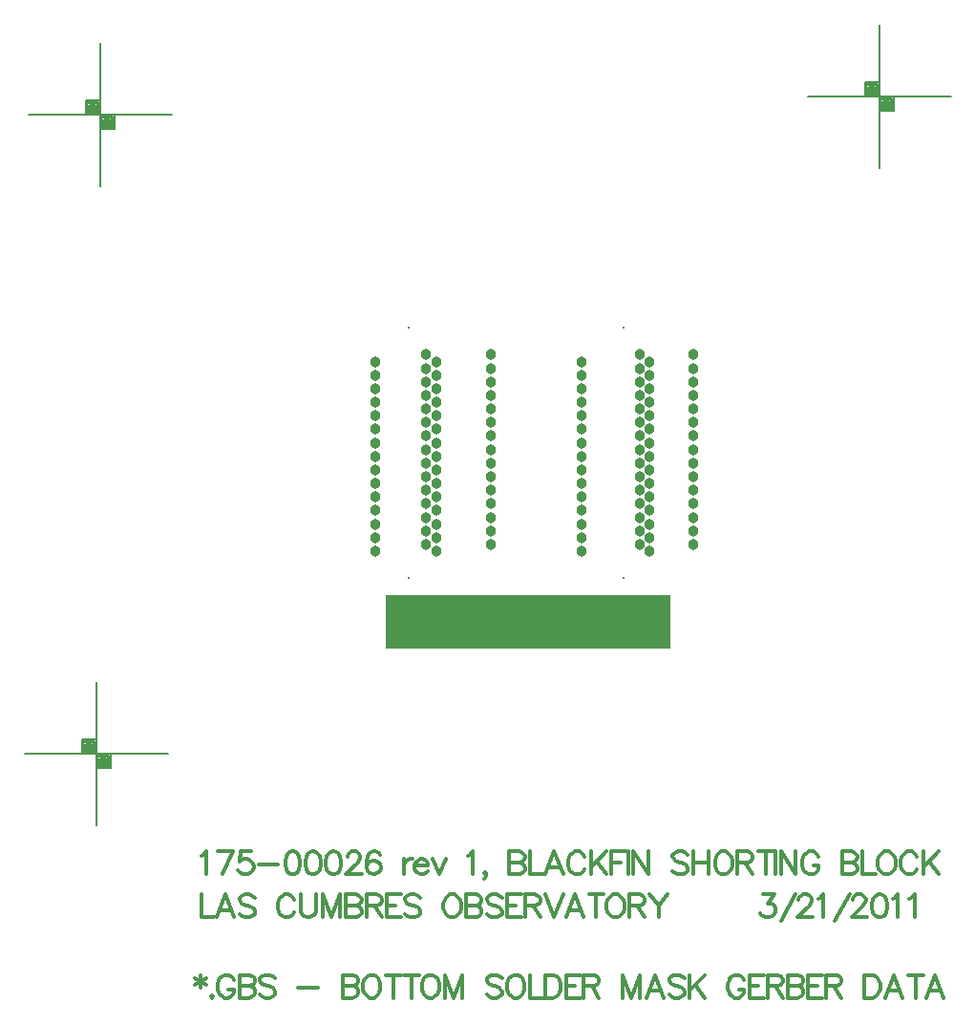
<source format=gbs>
%FSLAX23Y23*%
%MOIN*%
G70*
G01*
G75*
G04 Layer_Color=16711935*
%ADD10R,0.067X0.014*%
%ADD11C,0.010*%
%ADD12C,0.012*%
%ADD13C,0.008*%
%ADD14C,0.012*%
%ADD15C,0.012*%
%ADD16C,0.030*%
%ADD17C,0.007*%
%ADD18C,0.005*%
%ADD19C,0.012*%
%ADD20R,0.165X0.130*%
%ADD21R,0.075X0.022*%
%ADD22C,0.008*%
%ADD23C,0.038*%
%ADD24R,0.992X0.189*%
D12*
X14731Y8981D02*
Y8935D01*
X14712Y8970D02*
X14750Y8947D01*
Y8970D02*
X14712Y8947D01*
X14770Y8909D02*
X14766Y8905D01*
X14770Y8901D01*
X14774Y8905D01*
X14770Y8909D01*
X14848Y8962D02*
X14844Y8970D01*
X14837Y8977D01*
X14829Y8981D01*
X14814D01*
X14806Y8977D01*
X14799Y8970D01*
X14795Y8962D01*
X14791Y8951D01*
Y8931D01*
X14795Y8920D01*
X14799Y8912D01*
X14806Y8905D01*
X14814Y8901D01*
X14829D01*
X14837Y8905D01*
X14844Y8912D01*
X14848Y8920D01*
Y8931D01*
X14829D02*
X14848D01*
X14867Y8981D02*
Y8901D01*
Y8981D02*
X14901D01*
X14912Y8977D01*
X14916Y8973D01*
X14920Y8966D01*
Y8958D01*
X14916Y8951D01*
X14912Y8947D01*
X14901Y8943D01*
X14867D02*
X14901D01*
X14912Y8939D01*
X14916Y8935D01*
X14920Y8928D01*
Y8916D01*
X14916Y8909D01*
X14912Y8905D01*
X14901Y8901D01*
X14867D01*
X14991Y8970D02*
X14983Y8977D01*
X14972Y8981D01*
X14957D01*
X14945Y8977D01*
X14938Y8970D01*
Y8962D01*
X14942Y8954D01*
X14945Y8951D01*
X14953Y8947D01*
X14976Y8939D01*
X14983Y8935D01*
X14987Y8931D01*
X14991Y8924D01*
Y8912D01*
X14983Y8905D01*
X14972Y8901D01*
X14957D01*
X14945Y8905D01*
X14938Y8912D01*
X15072Y8935D02*
X15140D01*
X15227Y8981D02*
Y8901D01*
Y8981D02*
X15261D01*
X15273Y8977D01*
X15276Y8973D01*
X15280Y8966D01*
Y8958D01*
X15276Y8951D01*
X15273Y8947D01*
X15261Y8943D01*
X15227D02*
X15261D01*
X15273Y8939D01*
X15276Y8935D01*
X15280Y8928D01*
Y8916D01*
X15276Y8909D01*
X15273Y8905D01*
X15261Y8901D01*
X15227D01*
X15321Y8981D02*
X15313Y8977D01*
X15306Y8970D01*
X15302Y8962D01*
X15298Y8951D01*
Y8931D01*
X15302Y8920D01*
X15306Y8912D01*
X15313Y8905D01*
X15321Y8901D01*
X15336D01*
X15344Y8905D01*
X15351Y8912D01*
X15355Y8920D01*
X15359Y8931D01*
Y8951D01*
X15355Y8962D01*
X15351Y8970D01*
X15344Y8977D01*
X15336Y8981D01*
X15321D01*
X15404D02*
Y8901D01*
X15378Y8981D02*
X15431D01*
X15467D02*
Y8901D01*
X15441Y8981D02*
X15494D01*
X15526D02*
X15519Y8977D01*
X15511Y8970D01*
X15507Y8962D01*
X15503Y8951D01*
Y8931D01*
X15507Y8920D01*
X15511Y8912D01*
X15519Y8905D01*
X15526Y8901D01*
X15541D01*
X15549Y8905D01*
X15557Y8912D01*
X15560Y8920D01*
X15564Y8931D01*
Y8951D01*
X15560Y8962D01*
X15557Y8970D01*
X15549Y8977D01*
X15541Y8981D01*
X15526D01*
X15583D02*
Y8901D01*
Y8981D02*
X15613Y8901D01*
X15644Y8981D02*
X15613Y8901D01*
X15644Y8981D02*
Y8901D01*
X15783Y8970D02*
X15775Y8977D01*
X15764Y8981D01*
X15749D01*
X15737Y8977D01*
X15730Y8970D01*
Y8962D01*
X15733Y8954D01*
X15737Y8951D01*
X15745Y8947D01*
X15768Y8939D01*
X15775Y8935D01*
X15779Y8931D01*
X15783Y8924D01*
Y8912D01*
X15775Y8905D01*
X15764Y8901D01*
X15749D01*
X15737Y8905D01*
X15730Y8912D01*
X15824Y8981D02*
X15816Y8977D01*
X15808Y8970D01*
X15805Y8962D01*
X15801Y8951D01*
Y8931D01*
X15805Y8920D01*
X15808Y8912D01*
X15816Y8905D01*
X15824Y8901D01*
X15839D01*
X15847Y8905D01*
X15854Y8912D01*
X15858Y8920D01*
X15862Y8931D01*
Y8951D01*
X15858Y8962D01*
X15854Y8970D01*
X15847Y8977D01*
X15839Y8981D01*
X15824D01*
X15880D02*
Y8901D01*
X15926D01*
X15935Y8981D02*
Y8901D01*
Y8981D02*
X15962D01*
X15973Y8977D01*
X15981Y8970D01*
X15984Y8962D01*
X15988Y8951D01*
Y8931D01*
X15984Y8920D01*
X15981Y8912D01*
X15973Y8905D01*
X15962Y8901D01*
X15935D01*
X16056Y8981D02*
X16006D01*
Y8901D01*
X16056D01*
X16006Y8943D02*
X16037D01*
X16069Y8981D02*
Y8901D01*
Y8981D02*
X16103D01*
X16115Y8977D01*
X16118Y8973D01*
X16122Y8966D01*
Y8958D01*
X16118Y8951D01*
X16115Y8947D01*
X16103Y8943D01*
X16069D01*
X16096D02*
X16122Y8901D01*
X16203Y8981D02*
Y8901D01*
Y8981D02*
X16233Y8901D01*
X16264Y8981D02*
X16233Y8901D01*
X16264Y8981D02*
Y8901D01*
X16348D02*
X16317Y8981D01*
X16287Y8901D01*
X16298Y8928D02*
X16336D01*
X16420Y8970D02*
X16412Y8977D01*
X16401Y8981D01*
X16385D01*
X16374Y8977D01*
X16366Y8970D01*
Y8962D01*
X16370Y8954D01*
X16374Y8951D01*
X16382Y8947D01*
X16404Y8939D01*
X16412Y8935D01*
X16416Y8931D01*
X16420Y8924D01*
Y8912D01*
X16412Y8905D01*
X16401Y8901D01*
X16385D01*
X16374Y8905D01*
X16366Y8912D01*
X16438Y8981D02*
Y8901D01*
X16491Y8981D02*
X16438Y8928D01*
X16457Y8947D02*
X16491Y8901D01*
X16629Y8962D02*
X16625Y8970D01*
X16617Y8977D01*
X16610Y8981D01*
X16595D01*
X16587Y8977D01*
X16579Y8970D01*
X16576Y8962D01*
X16572Y8951D01*
Y8931D01*
X16576Y8920D01*
X16579Y8912D01*
X16587Y8905D01*
X16595Y8901D01*
X16610D01*
X16617Y8905D01*
X16625Y8912D01*
X16629Y8920D01*
Y8931D01*
X16610D02*
X16629D01*
X16697Y8981D02*
X16647D01*
Y8901D01*
X16697D01*
X16647Y8943D02*
X16678D01*
X16710Y8981D02*
Y8901D01*
Y8981D02*
X16744D01*
X16756Y8977D01*
X16759Y8973D01*
X16763Y8966D01*
Y8958D01*
X16759Y8951D01*
X16756Y8947D01*
X16744Y8943D01*
X16710D01*
X16737D02*
X16763Y8901D01*
X16781Y8981D02*
Y8901D01*
Y8981D02*
X16815D01*
X16827Y8977D01*
X16831Y8973D01*
X16835Y8966D01*
Y8958D01*
X16831Y8951D01*
X16827Y8947D01*
X16815Y8943D01*
X16781D02*
X16815D01*
X16827Y8939D01*
X16831Y8935D01*
X16835Y8928D01*
Y8916D01*
X16831Y8909D01*
X16827Y8905D01*
X16815Y8901D01*
X16781D01*
X16902Y8981D02*
X16852D01*
Y8901D01*
X16902D01*
X16852Y8943D02*
X16883D01*
X16915Y8981D02*
Y8901D01*
Y8981D02*
X16950D01*
X16961Y8977D01*
X16965Y8973D01*
X16969Y8966D01*
Y8958D01*
X16965Y8951D01*
X16961Y8947D01*
X16950Y8943D01*
X16915D01*
X16942D02*
X16969Y8901D01*
X17049Y8981D02*
Y8901D01*
Y8981D02*
X17076D01*
X17087Y8977D01*
X17095Y8970D01*
X17099Y8962D01*
X17103Y8951D01*
Y8931D01*
X17099Y8920D01*
X17095Y8912D01*
X17087Y8905D01*
X17076Y8901D01*
X17049D01*
X17181D02*
X17151Y8981D01*
X17121Y8901D01*
X17132Y8928D02*
X17170D01*
X17227Y8981D02*
Y8901D01*
X17200Y8981D02*
X17253D01*
X17324Y8901D02*
X17293Y8981D01*
X17263Y8901D01*
X17274Y8928D02*
X17312D01*
D13*
X14130Y11983D02*
X14630D01*
X14380Y11733D02*
Y12233D01*
X14330Y11983D02*
Y12033D01*
X14380D01*
X14430Y11933D02*
Y11983D01*
X14380Y11933D02*
X14430D01*
X14385Y11978D02*
X14425D01*
Y11938D02*
Y11978D01*
X14385Y11938D02*
X14425D01*
X14385D02*
Y11978D01*
X14390Y11973D02*
X14420D01*
Y11943D02*
Y11973D01*
X14390Y11943D02*
X14420D01*
X14390D02*
Y11968D01*
X14395D02*
X14415D01*
Y11948D02*
Y11968D01*
X14395Y11948D02*
X14415D01*
X14395D02*
Y11963D01*
X14400D02*
X14410D01*
Y11953D02*
Y11963D01*
X14400Y11953D02*
X14410D01*
X14400D02*
Y11963D01*
Y11958D02*
X14410D01*
X14335Y12028D02*
X14375D01*
Y11988D02*
Y12028D01*
X14335Y11988D02*
X14375D01*
X14335D02*
Y12028D01*
X14340Y12023D02*
X14370D01*
Y11993D02*
Y12023D01*
X14340Y11993D02*
X14370D01*
X14340D02*
Y12018D01*
X14345D02*
X14365D01*
Y11998D02*
Y12018D01*
X14345Y11998D02*
X14365D01*
X14345D02*
Y12013D01*
X14350D02*
X14360D01*
Y12003D02*
Y12013D01*
X14350Y12003D02*
X14360D01*
X14350D02*
Y12013D01*
Y12008D02*
X14360D01*
X16850Y12046D02*
X17350D01*
X17100Y11796D02*
Y12296D01*
X17050Y12046D02*
Y12096D01*
X17100D01*
X17150Y11996D02*
Y12046D01*
X17100Y11996D02*
X17150D01*
X17105Y12041D02*
X17145D01*
Y12001D02*
Y12041D01*
X17105Y12001D02*
X17145D01*
X17105D02*
Y12041D01*
X17110Y12036D02*
X17140D01*
Y12006D02*
Y12036D01*
X17110Y12006D02*
X17140D01*
X17110D02*
Y12031D01*
X17115D02*
X17135D01*
Y12011D02*
Y12031D01*
X17115Y12011D02*
X17135D01*
X17115D02*
Y12026D01*
X17120D02*
X17130D01*
Y12016D02*
Y12026D01*
X17120Y12016D02*
X17130D01*
X17120D02*
Y12026D01*
Y12021D02*
X17130D01*
X17055Y12091D02*
X17095D01*
Y12051D02*
Y12091D01*
X17055Y12051D02*
X17095D01*
X17055D02*
Y12091D01*
X17060Y12086D02*
X17090D01*
Y12056D02*
Y12086D01*
X17060Y12056D02*
X17090D01*
X17060D02*
Y12081D01*
X17065D02*
X17085D01*
Y12061D02*
Y12081D01*
X17065Y12061D02*
X17085D01*
X17065D02*
Y12076D01*
X17070D02*
X17080D01*
Y12066D02*
Y12076D01*
X17070Y12066D02*
X17080D01*
X17070D02*
Y12076D01*
Y12071D02*
X17080D01*
X14116Y9752D02*
X14616D01*
X14366Y9502D02*
Y10002D01*
X14316Y9752D02*
Y9802D01*
X14366D01*
X14416Y9702D02*
Y9752D01*
X14366Y9702D02*
X14416D01*
X14371Y9747D02*
X14411D01*
Y9707D02*
Y9747D01*
X14371Y9707D02*
X14411D01*
X14371D02*
Y9747D01*
X14376Y9742D02*
X14406D01*
Y9712D02*
Y9742D01*
X14376Y9712D02*
X14406D01*
X14376D02*
Y9737D01*
X14381D02*
X14401D01*
Y9717D02*
Y9737D01*
X14381Y9717D02*
X14401D01*
X14381D02*
Y9732D01*
X14386D02*
X14396D01*
Y9722D02*
Y9732D01*
X14386Y9722D02*
X14396D01*
X14386D02*
Y9732D01*
Y9727D02*
X14396D01*
X14321Y9797D02*
X14361D01*
Y9757D02*
Y9797D01*
X14321Y9757D02*
X14361D01*
X14321D02*
Y9797D01*
X14326Y9792D02*
X14356D01*
Y9762D02*
Y9792D01*
X14326Y9762D02*
X14356D01*
X14326D02*
Y9787D01*
X14331D02*
X14351D01*
Y9767D02*
Y9787D01*
X14331Y9767D02*
X14351D01*
X14331D02*
Y9782D01*
X14336D02*
X14346D01*
Y9772D02*
Y9782D01*
X14336Y9772D02*
X14346D01*
X14336D02*
Y9782D01*
Y9777D02*
X14346D01*
D14*
X14733Y9262D02*
Y9182D01*
X14778D01*
X14848D02*
X14817Y9262D01*
X14787Y9182D01*
X14798Y9208D02*
X14837D01*
X14920Y9250D02*
X14912Y9258D01*
X14901Y9262D01*
X14886D01*
X14874Y9258D01*
X14867Y9250D01*
Y9243D01*
X14870Y9235D01*
X14874Y9231D01*
X14882Y9227D01*
X14905Y9220D01*
X14912Y9216D01*
X14916Y9212D01*
X14920Y9204D01*
Y9193D01*
X14912Y9185D01*
X14901Y9182D01*
X14886D01*
X14874Y9185D01*
X14867Y9193D01*
X15058Y9243D02*
X15054Y9250D01*
X15046Y9258D01*
X15039Y9262D01*
X15024D01*
X15016Y9258D01*
X15008Y9250D01*
X15005Y9243D01*
X15001Y9231D01*
Y9212D01*
X15005Y9201D01*
X15008Y9193D01*
X15016Y9185D01*
X15024Y9182D01*
X15039D01*
X15046Y9185D01*
X15054Y9193D01*
X15058Y9201D01*
X15080Y9262D02*
Y9204D01*
X15084Y9193D01*
X15092Y9185D01*
X15103Y9182D01*
X15111D01*
X15122Y9185D01*
X15130Y9193D01*
X15134Y9204D01*
Y9262D01*
X15156D02*
Y9182D01*
Y9262D02*
X15186Y9182D01*
X15217Y9262D02*
X15186Y9182D01*
X15217Y9262D02*
Y9182D01*
X15239Y9262D02*
Y9182D01*
Y9262D02*
X15274D01*
X15285Y9258D01*
X15289Y9254D01*
X15293Y9246D01*
Y9239D01*
X15289Y9231D01*
X15285Y9227D01*
X15274Y9223D01*
X15239D02*
X15274D01*
X15285Y9220D01*
X15289Y9216D01*
X15293Y9208D01*
Y9197D01*
X15289Y9189D01*
X15285Y9185D01*
X15274Y9182D01*
X15239D01*
X15311Y9262D02*
Y9182D01*
Y9262D02*
X15345D01*
X15356Y9258D01*
X15360Y9254D01*
X15364Y9246D01*
Y9239D01*
X15360Y9231D01*
X15356Y9227D01*
X15345Y9223D01*
X15311D01*
X15337D02*
X15364Y9182D01*
X15431Y9262D02*
X15382D01*
Y9182D01*
X15431D01*
X15382Y9223D02*
X15412D01*
X15498Y9250D02*
X15490Y9258D01*
X15479Y9262D01*
X15464D01*
X15452Y9258D01*
X15445Y9250D01*
Y9243D01*
X15449Y9235D01*
X15452Y9231D01*
X15460Y9227D01*
X15483Y9220D01*
X15490Y9216D01*
X15494Y9212D01*
X15498Y9204D01*
Y9193D01*
X15490Y9185D01*
X15479Y9182D01*
X15464D01*
X15452Y9185D01*
X15445Y9193D01*
X15602Y9262D02*
X15594Y9258D01*
X15586Y9250D01*
X15583Y9243D01*
X15579Y9231D01*
Y9212D01*
X15583Y9201D01*
X15586Y9193D01*
X15594Y9185D01*
X15602Y9182D01*
X15617D01*
X15625Y9185D01*
X15632Y9193D01*
X15636Y9201D01*
X15640Y9212D01*
Y9231D01*
X15636Y9243D01*
X15632Y9250D01*
X15625Y9258D01*
X15617Y9262D01*
X15602D01*
X15658D02*
Y9182D01*
Y9262D02*
X15693D01*
X15704Y9258D01*
X15708Y9254D01*
X15712Y9246D01*
Y9239D01*
X15708Y9231D01*
X15704Y9227D01*
X15693Y9223D01*
X15658D02*
X15693D01*
X15704Y9220D01*
X15708Y9216D01*
X15712Y9208D01*
Y9197D01*
X15708Y9189D01*
X15704Y9185D01*
X15693Y9182D01*
X15658D01*
X15783Y9250D02*
X15775Y9258D01*
X15764Y9262D01*
X15749D01*
X15737Y9258D01*
X15730Y9250D01*
Y9243D01*
X15733Y9235D01*
X15737Y9231D01*
X15745Y9227D01*
X15768Y9220D01*
X15775Y9216D01*
X15779Y9212D01*
X15783Y9204D01*
Y9193D01*
X15775Y9185D01*
X15764Y9182D01*
X15749D01*
X15737Y9185D01*
X15730Y9193D01*
X15850Y9262D02*
X15801D01*
Y9182D01*
X15850D01*
X15801Y9223D02*
X15831D01*
X15864Y9262D02*
Y9182D01*
Y9262D02*
X15898D01*
X15909Y9258D01*
X15913Y9254D01*
X15917Y9246D01*
Y9239D01*
X15913Y9231D01*
X15909Y9227D01*
X15898Y9223D01*
X15864D01*
X15890D02*
X15917Y9182D01*
X15935Y9262D02*
X15965Y9182D01*
X15996Y9262D02*
X15965Y9182D01*
X16067D02*
X16037Y9262D01*
X16006Y9182D01*
X16018Y9208D02*
X16056D01*
X16112Y9262D02*
Y9182D01*
X16086Y9262D02*
X16139D01*
X16171D02*
X16164Y9258D01*
X16156Y9250D01*
X16152Y9243D01*
X16149Y9231D01*
Y9212D01*
X16152Y9201D01*
X16156Y9193D01*
X16164Y9185D01*
X16171Y9182D01*
X16187D01*
X16194Y9185D01*
X16202Y9193D01*
X16206Y9201D01*
X16210Y9212D01*
Y9231D01*
X16206Y9243D01*
X16202Y9250D01*
X16194Y9258D01*
X16187Y9262D01*
X16171D01*
X16228D02*
Y9182D01*
Y9262D02*
X16263D01*
X16274Y9258D01*
X16278Y9254D01*
X16282Y9246D01*
Y9239D01*
X16278Y9231D01*
X16274Y9227D01*
X16263Y9223D01*
X16228D01*
X16255D02*
X16282Y9182D01*
X16299Y9262D02*
X16330Y9223D01*
Y9182D01*
X16360Y9262D02*
X16330Y9223D01*
X16693Y9262D02*
X16734D01*
X16712Y9231D01*
X16723D01*
X16731Y9227D01*
X16734Y9223D01*
X16738Y9212D01*
Y9204D01*
X16734Y9193D01*
X16727Y9185D01*
X16715Y9182D01*
X16704D01*
X16693Y9185D01*
X16689Y9189D01*
X16685Y9197D01*
X16756Y9170D02*
X16809Y9262D01*
X16819Y9243D02*
Y9246D01*
X16822Y9254D01*
X16826Y9258D01*
X16834Y9262D01*
X16849D01*
X16857Y9258D01*
X16860Y9254D01*
X16864Y9246D01*
Y9239D01*
X16860Y9231D01*
X16853Y9220D01*
X16815Y9182D01*
X16868D01*
X16886Y9246D02*
X16894Y9250D01*
X16905Y9262D01*
Y9182D01*
X16945Y9170D02*
X16998Y9262D01*
X17007Y9243D02*
Y9246D01*
X17011Y9254D01*
X17015Y9258D01*
X17022Y9262D01*
X17038D01*
X17045Y9258D01*
X17049Y9254D01*
X17053Y9246D01*
Y9239D01*
X17049Y9231D01*
X17041Y9220D01*
X17003Y9182D01*
X17057D01*
X17097Y9262D02*
X17086Y9258D01*
X17078Y9246D01*
X17075Y9227D01*
Y9216D01*
X17078Y9197D01*
X17086Y9185D01*
X17097Y9182D01*
X17105D01*
X17116Y9185D01*
X17124Y9197D01*
X17128Y9216D01*
Y9227D01*
X17124Y9246D01*
X17116Y9258D01*
X17105Y9262D01*
X17097D01*
X17146Y9246D02*
X17153Y9250D01*
X17165Y9262D01*
Y9182D01*
X17204Y9246D02*
X17212Y9250D01*
X17223Y9262D01*
Y9182D01*
D15*
X14733Y9396D02*
X14740Y9400D01*
X14752Y9412D01*
Y9332D01*
X14845Y9412D02*
X14806Y9332D01*
X14791Y9412D02*
X14845D01*
X14908D02*
X14870D01*
X14866Y9377D01*
X14870Y9381D01*
X14881Y9385D01*
X14893D01*
X14904Y9381D01*
X14912Y9373D01*
X14916Y9362D01*
Y9354D01*
X14912Y9343D01*
X14904Y9335D01*
X14893Y9332D01*
X14881D01*
X14870Y9335D01*
X14866Y9339D01*
X14862Y9347D01*
X14934Y9366D02*
X15002D01*
X15049Y9412D02*
X15037Y9408D01*
X15030Y9396D01*
X15026Y9377D01*
Y9366D01*
X15030Y9347D01*
X15037Y9335D01*
X15049Y9332D01*
X15056D01*
X15068Y9335D01*
X15075Y9347D01*
X15079Y9366D01*
Y9377D01*
X15075Y9396D01*
X15068Y9408D01*
X15056Y9412D01*
X15049D01*
X15120D02*
X15108Y9408D01*
X15101Y9396D01*
X15097Y9377D01*
Y9366D01*
X15101Y9347D01*
X15108Y9335D01*
X15120Y9332D01*
X15128D01*
X15139Y9335D01*
X15147Y9347D01*
X15150Y9366D01*
Y9377D01*
X15147Y9396D01*
X15139Y9408D01*
X15128Y9412D01*
X15120D01*
X15191D02*
X15180Y9408D01*
X15172Y9396D01*
X15168Y9377D01*
Y9366D01*
X15172Y9347D01*
X15180Y9335D01*
X15191Y9332D01*
X15199D01*
X15210Y9335D01*
X15218Y9347D01*
X15222Y9366D01*
Y9377D01*
X15218Y9396D01*
X15210Y9408D01*
X15199Y9412D01*
X15191D01*
X15243Y9393D02*
Y9396D01*
X15247Y9404D01*
X15251Y9408D01*
X15259Y9412D01*
X15274D01*
X15281Y9408D01*
X15285Y9404D01*
X15289Y9396D01*
Y9389D01*
X15285Y9381D01*
X15278Y9370D01*
X15239Y9332D01*
X15293D01*
X15356Y9400D02*
X15353Y9408D01*
X15341Y9412D01*
X15334D01*
X15322Y9408D01*
X15315Y9396D01*
X15311Y9377D01*
Y9358D01*
X15315Y9343D01*
X15322Y9335D01*
X15334Y9332D01*
X15337D01*
X15349Y9335D01*
X15356Y9343D01*
X15360Y9354D01*
Y9358D01*
X15356Y9370D01*
X15349Y9377D01*
X15337Y9381D01*
X15334D01*
X15322Y9377D01*
X15315Y9370D01*
X15311Y9358D01*
X15441Y9385D02*
Y9332D01*
Y9362D02*
X15444Y9373D01*
X15452Y9381D01*
X15460Y9385D01*
X15471D01*
X15478Y9362D02*
X15524D01*
Y9370D01*
X15520Y9377D01*
X15516Y9381D01*
X15509Y9385D01*
X15497D01*
X15490Y9381D01*
X15482Y9373D01*
X15478Y9362D01*
Y9354D01*
X15482Y9343D01*
X15490Y9335D01*
X15497Y9332D01*
X15509D01*
X15516Y9335D01*
X15524Y9343D01*
X15541Y9385D02*
X15564Y9332D01*
X15587Y9385D02*
X15564Y9332D01*
X15663Y9396D02*
X15670Y9400D01*
X15682Y9412D01*
Y9332D01*
X15729Y9335D02*
X15725Y9332D01*
X15721Y9335D01*
X15725Y9339D01*
X15729Y9335D01*
Y9328D01*
X15725Y9320D01*
X15721Y9316D01*
X15809Y9412D02*
Y9332D01*
Y9412D02*
X15844D01*
X15855Y9408D01*
X15859Y9404D01*
X15863Y9396D01*
Y9389D01*
X15859Y9381D01*
X15855Y9377D01*
X15844Y9373D01*
X15809D02*
X15844D01*
X15855Y9370D01*
X15859Y9366D01*
X15863Y9358D01*
Y9347D01*
X15859Y9339D01*
X15855Y9335D01*
X15844Y9332D01*
X15809D01*
X15881Y9412D02*
Y9332D01*
X15926D01*
X15996D02*
X15965Y9412D01*
X15935Y9332D01*
X15946Y9358D02*
X15984D01*
X16072Y9393D02*
X16068Y9400D01*
X16060Y9408D01*
X16053Y9412D01*
X16037D01*
X16030Y9408D01*
X16022Y9400D01*
X16018Y9393D01*
X16015Y9381D01*
Y9362D01*
X16018Y9351D01*
X16022Y9343D01*
X16030Y9335D01*
X16037Y9332D01*
X16053D01*
X16060Y9335D01*
X16068Y9343D01*
X16072Y9351D01*
X16094Y9412D02*
Y9332D01*
X16147Y9412D02*
X16094Y9358D01*
X16113Y9377D02*
X16147Y9332D01*
X16165Y9412D02*
Y9332D01*
Y9412D02*
X16215D01*
X16165Y9373D02*
X16196D01*
X16224Y9412D02*
Y9332D01*
X16241Y9412D02*
Y9332D01*
Y9412D02*
X16294Y9332D01*
Y9412D02*
Y9332D01*
X16432Y9400D02*
X16425Y9408D01*
X16413Y9412D01*
X16398D01*
X16387Y9408D01*
X16379Y9400D01*
Y9393D01*
X16383Y9385D01*
X16387Y9381D01*
X16394Y9377D01*
X16417Y9370D01*
X16425Y9366D01*
X16429Y9362D01*
X16432Y9354D01*
Y9343D01*
X16425Y9335D01*
X16413Y9332D01*
X16398D01*
X16387Y9335D01*
X16379Y9343D01*
X16450Y9412D02*
Y9332D01*
X16504Y9412D02*
Y9332D01*
X16450Y9373D02*
X16504D01*
X16549Y9412D02*
X16541Y9408D01*
X16533Y9400D01*
X16530Y9393D01*
X16526Y9381D01*
Y9362D01*
X16530Y9351D01*
X16533Y9343D01*
X16541Y9335D01*
X16549Y9332D01*
X16564D01*
X16571Y9335D01*
X16579Y9343D01*
X16583Y9351D01*
X16587Y9362D01*
Y9381D01*
X16583Y9393D01*
X16579Y9400D01*
X16571Y9408D01*
X16564Y9412D01*
X16549D01*
X16605D02*
Y9332D01*
Y9412D02*
X16640D01*
X16651Y9408D01*
X16655Y9404D01*
X16659Y9396D01*
Y9389D01*
X16655Y9381D01*
X16651Y9377D01*
X16640Y9373D01*
X16605D01*
X16632D02*
X16659Y9332D01*
X16703Y9412D02*
Y9332D01*
X16677Y9412D02*
X16730D01*
X16739D02*
Y9332D01*
X16756Y9412D02*
Y9332D01*
Y9412D02*
X16809Y9332D01*
Y9412D02*
Y9332D01*
X16889Y9393D02*
X16885Y9400D01*
X16877Y9408D01*
X16870Y9412D01*
X16854D01*
X16847Y9408D01*
X16839Y9400D01*
X16835Y9393D01*
X16832Y9381D01*
Y9362D01*
X16835Y9351D01*
X16839Y9343D01*
X16847Y9335D01*
X16854Y9332D01*
X16870D01*
X16877Y9335D01*
X16885Y9343D01*
X16889Y9351D01*
Y9362D01*
X16870D02*
X16889D01*
X16970Y9412D02*
Y9332D01*
Y9412D02*
X17004D01*
X17015Y9408D01*
X17019Y9404D01*
X17023Y9396D01*
Y9389D01*
X17019Y9381D01*
X17015Y9377D01*
X17004Y9373D01*
X16970D02*
X17004D01*
X17015Y9370D01*
X17019Y9366D01*
X17023Y9358D01*
Y9347D01*
X17019Y9339D01*
X17015Y9335D01*
X17004Y9332D01*
X16970D01*
X17041Y9412D02*
Y9332D01*
X17087D01*
X17118Y9412D02*
X17111Y9408D01*
X17103Y9400D01*
X17099Y9393D01*
X17095Y9381D01*
Y9362D01*
X17099Y9351D01*
X17103Y9343D01*
X17111Y9335D01*
X17118Y9332D01*
X17134D01*
X17141Y9335D01*
X17149Y9343D01*
X17153Y9351D01*
X17156Y9362D01*
Y9381D01*
X17153Y9393D01*
X17149Y9400D01*
X17141Y9408D01*
X17134Y9412D01*
X17118D01*
X17232Y9393D02*
X17228Y9400D01*
X17221Y9408D01*
X17213Y9412D01*
X17198D01*
X17190Y9408D01*
X17183Y9400D01*
X17179Y9393D01*
X17175Y9381D01*
Y9362D01*
X17179Y9351D01*
X17183Y9343D01*
X17190Y9335D01*
X17198Y9332D01*
X17213D01*
X17221Y9335D01*
X17228Y9343D01*
X17232Y9351D01*
X17255Y9412D02*
Y9332D01*
X17308Y9412D02*
X17255Y9358D01*
X17274Y9377D02*
X17308Y9332D01*
D22*
X15459Y11239D02*
D03*
Y10365D02*
D03*
X16207Y11239D02*
D03*
Y10365D02*
D03*
D23*
X15743Y11098D02*
D03*
Y11145D02*
D03*
X15518D02*
D03*
X15554Y11121D02*
D03*
X15518Y11098D02*
D03*
X15554Y11074D02*
D03*
X15518Y11051D02*
D03*
X15554Y11027D02*
D03*
X15518Y11003D02*
D03*
X15554Y10980D02*
D03*
X15518Y10956D02*
D03*
X15554Y10932D02*
D03*
X15518Y10909D02*
D03*
X15554Y10885D02*
D03*
X15518Y10862D02*
D03*
X15554Y10838D02*
D03*
X15518Y10814D02*
D03*
X15554Y10791D02*
D03*
Y10743D02*
D03*
Y10696D02*
D03*
Y10649D02*
D03*
Y10602D02*
D03*
Y10554D02*
D03*
Y10507D02*
D03*
Y10460D02*
D03*
X15518Y10767D02*
D03*
Y10720D02*
D03*
Y10673D02*
D03*
Y10625D02*
D03*
Y10578D02*
D03*
Y10531D02*
D03*
Y10484D02*
D03*
X15743Y11051D02*
D03*
Y11003D02*
D03*
Y10956D02*
D03*
Y10909D02*
D03*
Y10862D02*
D03*
Y10814D02*
D03*
Y10767D02*
D03*
Y10720D02*
D03*
Y10673D02*
D03*
Y10625D02*
D03*
Y10578D02*
D03*
Y10531D02*
D03*
Y10484D02*
D03*
X15341Y11121D02*
D03*
Y11074D02*
D03*
Y11027D02*
D03*
Y10980D02*
D03*
Y10932D02*
D03*
Y10885D02*
D03*
Y10838D02*
D03*
Y10791D02*
D03*
Y10743D02*
D03*
Y10696D02*
D03*
Y10649D02*
D03*
Y10602D02*
D03*
Y10554D02*
D03*
Y10507D02*
D03*
Y10460D02*
D03*
X16451Y11145D02*
D03*
X16263D02*
D03*
X16298Y11121D02*
D03*
X16062D02*
D03*
X16263Y11098D02*
D03*
Y11051D02*
D03*
X16298Y11074D02*
D03*
Y11027D02*
D03*
X16263Y11003D02*
D03*
Y10956D02*
D03*
Y10909D02*
D03*
X16062Y11074D02*
D03*
Y11027D02*
D03*
Y10980D02*
D03*
Y10932D02*
D03*
Y10885D02*
D03*
Y10838D02*
D03*
Y10791D02*
D03*
Y10743D02*
D03*
Y10696D02*
D03*
Y10649D02*
D03*
Y10602D02*
D03*
Y10554D02*
D03*
Y10507D02*
D03*
Y10460D02*
D03*
X16263Y10862D02*
D03*
Y10814D02*
D03*
Y10767D02*
D03*
Y10720D02*
D03*
Y10673D02*
D03*
Y10625D02*
D03*
Y10578D02*
D03*
Y10531D02*
D03*
Y10484D02*
D03*
X16298Y10980D02*
D03*
Y10932D02*
D03*
Y10885D02*
D03*
Y10838D02*
D03*
Y10791D02*
D03*
Y10743D02*
D03*
Y10696D02*
D03*
Y10649D02*
D03*
Y10602D02*
D03*
Y10554D02*
D03*
Y10507D02*
D03*
Y10460D02*
D03*
X16451Y11098D02*
D03*
Y11051D02*
D03*
Y11003D02*
D03*
Y10956D02*
D03*
Y10909D02*
D03*
Y10862D02*
D03*
Y10814D02*
D03*
Y10767D02*
D03*
Y10720D02*
D03*
Y10673D02*
D03*
Y10625D02*
D03*
Y10578D02*
D03*
Y10531D02*
D03*
Y10484D02*
D03*
D24*
X15873Y10212D02*
D03*
M02*

</source>
